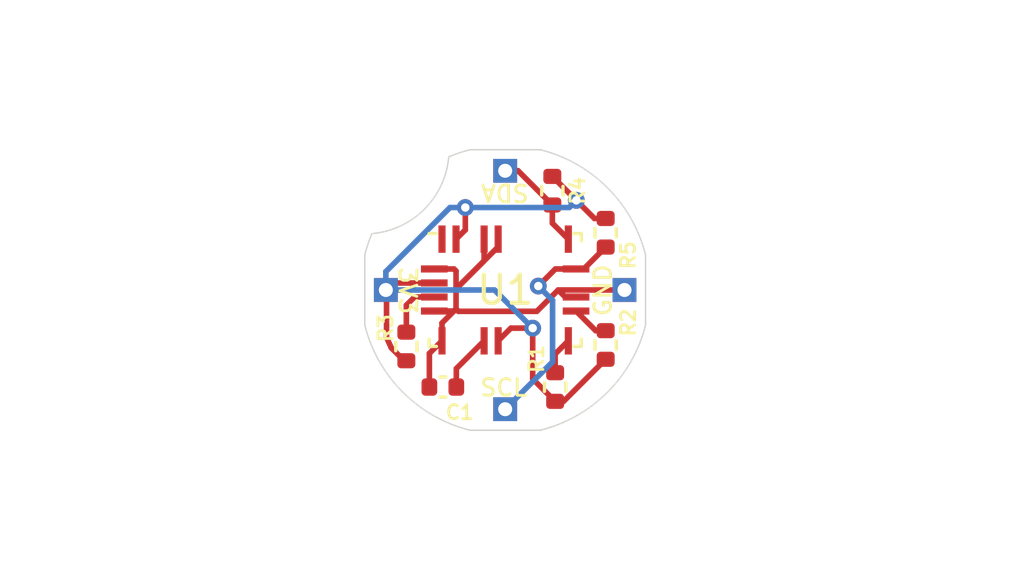
<source format=kicad_pcb>
(kicad_pcb (version 20221018) (generator pcbnew)
  (title_block (title "BNO08x Interface Board r5mm") (date "2023-07-26") (comment 1 "Author: Toby Godfrey"))
  (layers (0 "F.Cu" signal) (31 "B.Cu" signal) (34 "B.Paste" user) (35 "F.Paste" user) (36 "B.SilkS" user "B.Silkscreen") (37 "F.SilkS" user "F.Silkscreen") (38 "B.Mask" user) (39 "F.Mask" user) (44 "Edge.Cuts" user))
  (net 0 "")
  (net 1 "Net-(U1-CAP)")
  (net 2 "GND")
  (net 3 "Net-(J1-Pin_1)")
  (net 4 "Net-(J2-Pin_1)")
  (net 5 "+3.3V")
  (net 6 "Net-(U1-ENV_SCL)")
  (net 7 "Net-(U1-ENV_SDA)")
  (net 8 "Net-(U1-BOOTN)")
  (footprint "Resistor_SMD:R_0402_1005Metric" (layer "F.Cu") (at 136.1 85.752703 -90)
    (fp_text reference "R3" (at -0.652703 0.737816 90) (layer "F.SilkS") (effects (font (size 0.5 0.5) (thickness 0.1) bold)))
    (fp_text value "10k")
    (fp_line (start -0.153641 -0.38) (end 0.153641 -0.38) (stroke (width 0.12)) (layer "F.SilkS"))
    (fp_line (start -0.153641 0.38) (end 0.153641 0.38) (stroke (width 0.12)) (layer "F.SilkS"))
    (pad "1" smd roundrect (at -0.51 0 270) (size 0.54 0.64) (layers "F.Cu" "F.Paste" "F.Mask") (net 8 "Net-(U1-BOOTN)"))
    (pad "2" smd roundrect (at 0.51 0 270) (size 0.54 0.64) (layers "F.Cu" "F.Paste" "F.Mask") (net 5 "+3.3V"))
  )
  (footprint "Capacitor_SMD:C_0402_1005Metric" (layer "F.Cu") (at 137.4 87.2 180)
    (fp_text reference "C1" (at -0.6 -0.9) (layer "F.SilkS") (effects (font (size 0.5 0.5) (thickness 0.1) bold)))
    (fp_text value "0.1uF")
    (fp_line (start -0.107836 -0.36) (end 0.107836 -0.36) (stroke (width 0.12)) (layer "F.SilkS"))
    (fp_line (start -0.107836 0.36) (end 0.107836 0.36) (stroke (width 0.12)) (layer "F.SilkS"))
    (pad "1" smd roundrect (at -0.48 0 180) (size 0.56 0.62) (layers "F.Cu" "F.Paste" "F.Mask") (net 1 "Net-(U1-CAP)"))
    (pad "2" smd roundrect (at 0.48 0 180) (size 0.56 0.62) (layers "F.Cu" "F.Paste" "F.Mask") (net 2 "GND"))
  )
  (footprint "Connector_PinHeader_1.00mm:PinHeader_1x01_P1.00mm_Vertical" (layer "F.Cu") (at 139.62 87.99)
    (fp_text reference "J2" hide)
    (fp_text value "Conn_01x01_Pin")
    (pad "1" thru_hole rect (at 0 0) (size 0.85 0.85) (drill 0.5) (layers "*.Cu" "*.Mask") (net 4 "Net-(J2-Pin_1)"))
  )
  (footprint "Connector_PinHeader_1.00mm:PinHeader_1x01_P1.00mm_Vertical" (layer "F.Cu") (at 135.37 83.74)
    (fp_text reference "J3" hide)
    (fp_text value "Conn_01x01_Pin")
    (pad "1" thru_hole rect (at 0 0) (size 0.85 0.85) (drill 0.5) (layers "*.Cu" "*.Mask") (net 5 "+3.3V"))
  )
  (footprint "Resistor_SMD:R_0402_1005Metric" (layer "F.Cu") (at 141.3 80.2 90)
    (fp_text reference "R4" (at 0 0.9 90) (layer "F.SilkS") (effects (font (size 0.5 0.5) (thickness 0.1) bold)))
    (fp_text value "2.2k")
    (fp_line (start -0.153641 -0.38) (end 0.153641 -0.38) (stroke (width 0.12)) (layer "F.SilkS"))
    (fp_line (start -0.153641 0.38) (end 0.153641 0.38) (stroke (width 0.12)) (layer "F.SilkS"))
    (pad "1" smd roundrect (at -0.51 0 90) (size 0.54 0.64) (layers "F.Cu" "F.Paste" "F.Mask") (net 3 "Net-(J1-Pin_1)"))
    (pad "2" smd roundrect (at 0.51 0 90) (size 0.54 0.64) (layers "F.Cu" "F.Paste" "F.Mask") (net 5 "+3.3V"))
  )
  (footprint "Resistor_SMD:R_0402_1005Metric" (layer "F.Cu") (at 143.2 81.7 -90)
    (fp_text reference "R5" (at 0.8 -0.8 90) (layer "F.SilkS") (effects (font (size 0.5 0.5) (thickness 0.1) bold)))
    (fp_text value "2.2k")
    (fp_line (start -0.153641 -0.38) (end 0.153641 -0.38) (stroke (width 0.12)) (layer "F.SilkS"))
    (fp_line (start -0.153641 0.38) (end 0.153641 0.38) (stroke (width 0.12)) (layer "F.SilkS"))
    (pad "1" smd roundrect (at -0.51 0 270) (size 0.54 0.64) (layers "F.Cu" "F.Paste" "F.Mask") (net 5 "+3.3V"))
    (pad "2" smd roundrect (at 0.51 0 270) (size 0.54 0.64) (layers "F.Cu" "F.Paste" "F.Mask") (net 4 "Net-(J2-Pin_1)"))
  )
  (footprint "Connector_PinHeader_1.00mm:PinHeader_1x01_P1.00mm_Vertical" (layer "F.Cu") (at 143.87 83.74)
    (fp_text reference "J4" hide)
    (fp_text value "Conn_01x01_Pin")
    (pad "1" thru_hole rect (at 0 0) (size 0.85 0.85) (drill 0.5) (layers "*.Cu" "*.Mask") (net 2 "GND"))
  )
  (footprint "Connector_PinHeader_1.00mm:PinHeader_1x01_P1.00mm_Vertical" (layer "F.Cu") (at 139.62 79.49)
    (fp_text reference "J1" hide)
    (fp_text value "Conn_01x01_Pin")
    (pad "1" thru_hole rect (at 0 0) (size 0.85 0.85) (drill 0.5) (layers "*.Cu" "*.Mask") (net 3 "Net-(J1-Pin_1)"))
  )
  (footprint "Resistor_SMD:R_0402_1005Metric" (layer "F.Cu") (at 143.2 85.7 -90)
    (fp_text reference "R2" (at -0.8 -0.804456 90) (layer "F.SilkS") (effects (font (size 0.5 0.5) (thickness 0.1) bold)))
    (fp_text value "2.2k")
    (fp_line (start -0.153641 -0.38) (end 0.153641 -0.38) (stroke (width 0.12)) (layer "F.SilkS"))
    (fp_line (start -0.153641 0.38) (end 0.153641 0.38) (stroke (width 0.12)) (layer "F.SilkS"))
    (pad "1" smd roundrect (at -0.51 0 270) (size 0.54 0.64) (layers "F.Cu" "F.Paste" "F.Mask") (net 7 "Net-(U1-ENV_SDA)"))
    (pad "2" smd roundrect (at 0.51 0 270) (size 0.54 0.64) (layers "F.Cu" "F.Paste" "F.Mask") (net 5 "+3.3V"))
  )
  (footprint "Resistor_SMD:R_0402_1005Metric" (layer "F.Cu") (at 141.4 87.2 90)
    (fp_text reference "R1" (at 1 -0.662902 90) (layer "F.SilkS") (effects (font (size 0.5 0.5) (thickness 0.1) bold)))
    (fp_text value "2.2k")
    (fp_line (start -0.153641 -0.38) (end 0.153641 -0.38) (stroke (width 0.12)) (layer "F.SilkS"))
    (fp_line (start -0.153641 0.38) (end 0.153641 0.38) (stroke (width 0.12)) (layer "F.SilkS"))
    (pad "1" smd roundrect (at -0.51 0 90) (size 0.54 0.64) (layers "F.Cu" "F.Paste" "F.Mask") (net 5 "+3.3V"))
    (pad "2" smd roundrect (at 0.51 0 90) (size 0.54 0.64) (layers "F.Cu" "F.Paste" "F.Mask") (net 6 "Net-(U1-ENV_SCL)"))
  )
  (footprint "Package_LGA:LGA-28_5.2x3.8mm_P0.5mm" (layer "F.Cu") (at 139.62 83.74)
    (fp_text reference "U1" (at 0 0) (layer "F.SilkS"))
    (fp_text value "~")
    (fp_line (start -2.71 -2.01) (end -2.45 -2.01) (stroke (width 0.12)) (layer "F.SilkS"))
    (fp_line (start -2.71 2.01) (end -2.71 1.75) (stroke (width 0.12)) (layer "F.SilkS"))
    (fp_line (start -2.71 2.01) (end -2.45 2.01) (stroke (width 0.12)) (layer "F.SilkS"))
    (fp_line (start 2.71 -2.01) (end 2.45 -2.01) (stroke (width 0.12)) (layer "F.SilkS"))
    (fp_line (start 2.71 -2.01) (end 2.71 -1.75) (stroke (width 0.12)) (layer "F.SilkS"))
    (fp_line (start 2.71 2.01) (end 2.45 2.01) (stroke (width 0.12)) (layer "F.SilkS"))
    (fp_line (start 2.71 2.01) (end 2.71 1.75) (stroke (width 0.12)) (layer "F.SilkS"))
    (pad "1" smd rect (at -2.25 -1.8125) (size 0.254 0.975) (layers "F.Cu" "F.Paste" "F.Mask"))
    (pad "2" smd rect (at -2.525 -0.75 90) (size 0.254 0.95) (layers "F.Cu" "F.Paste" "F.Mask") (net 2 "GND"))
    (pad "3" smd rect (at -2.525 -0.25 90) (size 0.254 0.95) (layers "F.Cu" "F.Paste" "F.Mask") (net 5 "+3.3V"))
    (pad "4" smd rect (at -2.525 0.25 90) (size 0.254 0.95) (layers "F.Cu" "F.Paste" "F.Mask") (net 8 "Net-(U1-BOOTN)"))
    (pad "5" smd rect (at -2.525 0.75 90) (size 0.254 0.95) (layers "F.Cu" "F.Paste" "F.Mask") (net 2 "GND"))
    (pad "6" smd rect (at -2.25 1.8125) (size 0.254 0.975) (layers "F.Cu" "F.Paste" "F.Mask") (net 2 "GND"))
    (pad "9" smd rect (at -0.75 1.8125) (size 0.254 0.975) (layers "F.Cu" "F.Paste" "F.Mask") (net 1 "Net-(U1-CAP)"))
    (pad "10" smd rect (at -0.25 1.8125) (size 0.254 0.975) (layers "F.Cu" "F.Paste" "F.Mask") (net 5 "+3.3V"))
    (pad "15" smd rect (at 2.25 1.8125) (size 0.254 0.975) (layers "F.Cu" "F.Paste" "F.Mask") (net 6 "Net-(U1-ENV_SCL)"))
    (pad "16" smd rect (at 2.525 0.75 90) (size 0.254 0.95) (layers "F.Cu" "F.Paste" "F.Mask") (net 7 "Net-(U1-ENV_SDA)"))
    (pad "17" smd rect (at 2.525 0.25 90) (size 0.254 0.95) (layers "F.Cu" "F.Paste" "F.Mask") (net 2 "GND"))
    (pad "19" smd rect (at 2.525 -0.75 90) (size 0.254 0.95) (layers "F.Cu" "F.Paste" "F.Mask") (net 4 "Net-(J2-Pin_1)"))
    (pad "20" smd rect (at 2.25 -1.8125) (size 0.254 0.975) (layers "F.Cu" "F.Paste" "F.Mask") (net 3 "Net-(J1-Pin_1)"))
    (pad "25" smd rect (at -0.25 -1.8125) (size 0.254 0.975) (layers "F.Cu" "F.Paste" "F.Mask") (net 2 "GND"))
    (pad "26" smd rect (at -0.75 -1.8125) (size 0.254 0.975) (layers "F.Cu" "F.Paste" "F.Mask") (net 2 "GND"))
    (pad "28" smd rect (at -1.75 -1.8125) (size 0.254 0.975) (layers "F.Cu" "F.Paste" "F.Mask") (net 5 "+3.3V"))
  )
  (gr_arc (start 134.62 82.49) (mid 134.732457 82.104627) (end 134.874571 81.729178) (stroke (width 0.05)) (layer "Edge.Cuts"))
  (gr_line (start 144.62 84.99) (end 144.62 82.49) (stroke (width 0.05)) (layer "Edge.Cuts"))
  (gr_arc (start 138.37 88.74) (mid 135.975655 87.384345) (end 134.62 84.99) (stroke (width 0.05)) (layer "Edge.Cuts"))
  (gr_arc (start 137.609178 78.994571) (mid 137.984629 78.852461) (end 138.37 78.74) (stroke (width 0.05)) (layer "Edge.Cuts"))
  (gr_line (start 134.62 84.99) (end 134.62 82.49) (stroke (width 0.05)) (layer "Edge.Cuts"))
  (gr_line (start 140.87 78.74) (end 138.37 78.74) (stroke (width 0.05)) (layer "Edge.Cuts"))
  (gr_arc (start 140.87 78.74) (mid 143.264345 80.095655) (end 144.62 82.49) (stroke (width 0.05)) (layer "Edge.Cuts"))
  (gr_line (start 140.87 88.74) (end 138.37 88.74) (stroke (width 0.05)) (layer "Edge.Cuts"))
  (gr_arc (start 137.609179 78.994573) (mid 136.74132 80.86132) (end 134.874573 81.729179) (stroke (width 0.05)) (layer "Edge.Cuts"))
  (gr_arc (start 144.62 84.99) (mid 143.264345 87.384345) (end 140.87 88.74) (stroke (width 0.05)) (layer "Edge.Cuts"))
  (gr_text "GND" (at 143.453307 84.730661 90) (layer "F.SilkS") (effects (font (size 0.6 0.6) (thickness 0.1) bold) (justify left bottom)))
  (gr_text "3V3" (at 135.796249 82.872156 270) (layer "F.SilkS") (effects (font (size 0.6 0.6) (thickness 0.1) bold) (justify left bottom)))
  (gr_text "SDA" (at 140.520054 79.919951 180) (layer "F.SilkS") (effects (font (size 0.6 0.6) (thickness 0.1) bold) (justify left bottom)))
  (gr_text "SCL" (at 138.671719 87.57308) (layer "F.SilkS") (effects (font (size 0.6 0.6) (thickness 0.1) bold) (justify left bottom)))
  (segment (start 137.88 86.5425) (end 138.87 85.5525) (width 0.2) (layer "F.Cu") (net 1))
  (segment (start 137.88 87.2) (end 137.88 86.5425) (width 0.2) (layer "F.Cu") (net 1))
  (segment (start 137.87 84.417) (end 137.87 83.7) (width 0.2) (layer "F.Cu") (net 2))
  (segment (start 141.508529 83.74) (end 140.748529 84.5) (width 0.2) (layer "F.Cu") (net 2))
  (segment (start 141.758529 83.99) (end 141.508529 83.74) (width 0.2) (layer "F.Cu") (net 2))
  (segment (start 142.145 83.99) (end 141.758529 83.99) (width 0.2) (layer "F.Cu") (net 2))
  (segment (start 137.37 84.917) (end 137.87 84.417) (width 0.2) (layer "F.Cu") (net 2))
  (segment (start 137.37 85.5525) (end 137.37 84.917) (width 0.2) (layer "F.Cu") (net 2))
  (segment (start 136.92 86.0025) (end 137.37 85.5525) (width 0.2) (layer "F.Cu") (net 2))
  (segment (start 139.37 82.2) (end 139.37 81.9275) (width 0.2) (layer "F.Cu") (net 2))
  (segment (start 137.797 84.49) (end 137.87 84.417) (width 0.2) (layer "F.Cu") (net 2))
  (segment (start 137.87 83.7) (end 138.87 82.7) (width 0.2) (layer "F.Cu") (net 2))
  (segment (start 143.87 83.74) (end 141.508529 83.74) (width 0.2) (layer "F.Cu") (net 2))
  (segment (start 137.87 83.7) (end 139.37 82.2) (width 0.2) (layer "F.Cu") (net 2))
  (segment (start 138.87 82.7) (end 138.87 81.9275) (width 0.2) (layer "F.Cu") (net 2))
  (segment (start 136.92 87.2) (end 136.92 86.0025) (width 0.2) (layer "F.Cu") (net 2))
  (segment (start 137.797 82.99) (end 137.095 82.99) (width 0.2) (layer "F.Cu") (net 2))
  (segment (start 137.87 83.063) (end 137.797 82.99) (width 0.2) (layer "F.Cu") (net 2))
  (segment (start 137.87 83.7) (end 137.87 83.063) (width 0.2) (layer "F.Cu") (net 2))
  (segment (start 140.748529 84.5) (end 137.953 84.5) (width 0.2) (layer "F.Cu") (net 2))
  (segment (start 137.953 84.5) (end 137.87 84.417) (width 0.2) (layer "F.Cu") (net 2))
  (segment (start 137.095 84.49) (end 137.797 84.49) (width 0.2) (layer "F.Cu") (net 2))
  (segment (start 141.3 81.3575) (end 141.87 81.9275) (width 0.2) (layer "F.Cu") (net 3))
  (segment (start 140.08 79.49) (end 141.3 80.71) (width 0.2) (layer "F.Cu") (net 3))
  (segment (start 141.3 80.71) (end 141.3 81.3575) (width 0.2) (layer "F.Cu") (net 3))
  (segment (start 139.62 79.49) (end 140.08 79.49) (width 0.2) (layer "F.Cu") (net 3))
  (segment (start 140.8 83.6) (end 141.41 82.99) (width 0.2) (layer "F.Cu") (net 4))
  (segment (start 142.42 82.99) (end 143.2 82.21) (width 0.2) (layer "F.Cu") (net 4))
  (segment (start 142.145 82.99) (end 142.42 82.99) (width 0.2) (layer "F.Cu") (net 4))
  (segment (start 141.41 82.99) (end 142.145 82.99) (width 0.2) (layer "F.Cu") (net 4))
  (via (at 140.8 83.6) (size 0.6) (drill 0.3) (layers "F.Cu" "B.Cu") (net 4))
  (segment (start 141.308388 84.108388) (end 140.8 83.6) (width 0.2) (layer "B.Cu") (net 4))
  (segment (start 139.62 87.99) (end 141.308388 86.301612) (width 0.2) (layer "B.Cu") (net 4))
  (segment (start 141.308388 86.301612) (end 141.308388 84.108388) (width 0.2) (layer "B.Cu") (net 4))
  (segment (start 135.393842 83.763842) (end 135.37 83.74) (width 0.2) (layer "F.Cu") (net 5))
  (segment (start 138.2 80.8) (end 138.2 81.5975) (width 0.2) (layer "F.Cu") (net 5))
  (segment (start 136.1 86.262703) (end 136.023863 86.262703) (width 0.2) (layer "F.Cu") (net 5))
  (segment (start 138.2 81.5975) (end 137.87 81.9275) (width 0.2) (layer "F.Cu") (net 5))
  (segment (start 142.155 80.545) (end 141.3 79.69) (width 0.2) (layer "F.Cu") (net 5))
  (segment (start 135.62 83.49) (end 135.37 83.74) (width 0.2) (layer "F.Cu") (net 5))
  (segment (start 141.4 87.71) (end 141.7 87.71) (width 0.2) (layer "F.Cu") (net 5))
  (segment (start 143.2 81.19) (end 142.8 81.19) (width 0.2) (layer "F.Cu") (net 5))
  (segment (start 140.6 85.1) (end 139.8225 85.1) (width 0.2) (layer "F.Cu") (net 5))
  (segment (start 139.8225 85.1) (end 139.37 85.5525) (width 0.2) (layer "F.Cu") (net 5))
  (segment (start 136.023863 86.262703) (end 135.56284 85.80168) (width 0.2) (layer "F.Cu") (net 5))
  (segment (start 140.6 86.91) (end 140.6 85.1) (width 0.2) (layer "F.Cu") (net 5))
  (segment (start 137.095 83.49) (end 135.62 83.49) (width 0.2) (layer "F.Cu") (net 5))
  (segment (start 141.7 87.71) (end 143.2 86.21) (width 0.2) (layer "F.Cu") (net 5))
  (segment (start 142.8 81.19) (end 142.155 80.545) (width 0.2) (layer "F.Cu") (net 5))
  (segment (start 135.393842 85.428388) (end 135.393842 83.763842) (width 0.2) (layer "F.Cu") (net 5))
  (segment (start 135.56284 85.80168) (end 135.393842 85.428388) (width 0.2) (layer "F.Cu") (net 5))
  (segment (start 141.4 87.71) (end 140.6 86.91) (width 0.2) (layer "F.Cu") (net 5))
  (via (at 140.6 85.1) (size 0.6) (drill 0.3) (layers "F.Cu" "B.Cu") (net 5))
  (via (at 142.155 80.545) (size 0.6) (drill 0.3) (layers "F.Cu" "B.Cu") (net 5))
  (via (at 138.2 80.8) (size 0.6) (drill 0.3) (layers "F.Cu" "B.Cu") (net 5))
  (segment (start 137.65474 80.8) (end 138.2 80.8) (width 0.2) (layer "B.Cu") (net 5))
  (segment (start 141.9 80.8) (end 142.155 80.545) (width 0.2) (layer "B.Cu") (net 5))
  (segment (start 135.37 83.08474) (end 137.65474 80.8) (width 0.2) (layer "B.Cu") (net 5))
  (segment (start 138.2 80.8) (end 141.9 80.8) (width 0.2) (layer "B.Cu") (net 5))
  (segment (start 135.37 83.74) (end 135.37 83.08474) (width 0.2) (layer "B.Cu") (net 5))
  (segment (start 135.37 83.74) (end 139.24 83.74) (width 0.2) (layer "B.Cu") (net 5))
  (segment (start 139.24 83.74) (end 140.6 85.1) (width 0.2) (layer "B.Cu") (net 5))
  (segment (start 141.4 86.0225) (end 141.87 85.5525) (width 0.2) (layer "F.Cu") (net 6))
  (segment (start 141.4 86.69) (end 141.4 86.0225) (width 0.2) (layer "F.Cu") (net 6))
  (segment (start 142.845 85.19) (end 142.145 84.49) (width 0.2) (layer "F.Cu") (net 7))
  (segment (start 143.2 85.19) (end 142.845 85.19) (width 0.2) (layer "F.Cu") (net 7))
  (segment (start 136.1 85.242703) (end 136.1 84.283) (width 0.2) (layer "F.Cu") (net 8))
  (segment (start 136.1 84.283) (end 136.393 83.99) (width 0.2) (layer "F.Cu") (net 8))
  (segment (start 136.393 83.99) (end 137.095 83.99) (width 0.2) (layer "F.Cu") (net 8))
)
</source>
